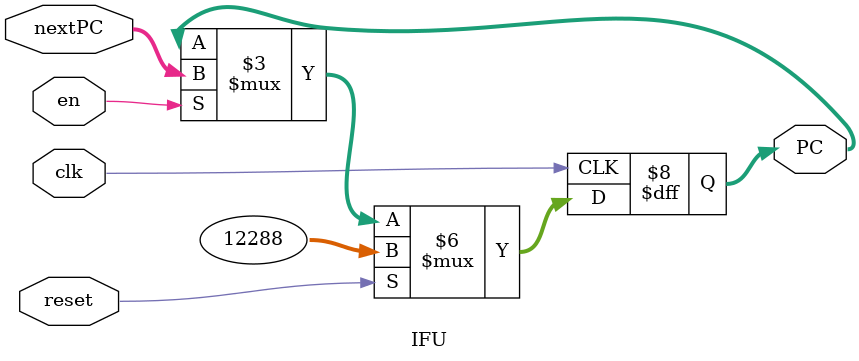
<source format=v>
`timescale 1ns / 1ps

module IFU
	(
		input clk,
		input reset,
		input en,
		input [31:0] nextPC,
		output reg [31:0] PC
	);
	
	initial begin
		PC <= 32'h0000_3000;
	end
	
	always @(posedge clk) begin
		if(reset)
			PC <= 32'h0000_3000;
		else if(en)
			PC <= nextPC;
	end
	
endmodule 
</source>
